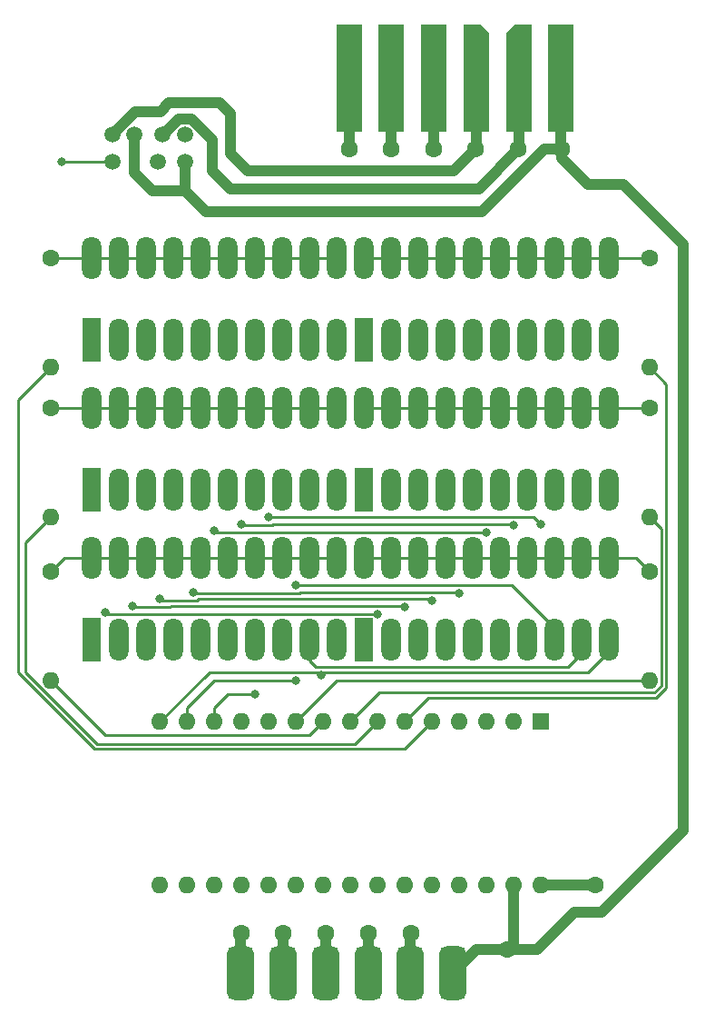
<source format=gbr>
%TF.GenerationSoftware,KiCad,Pcbnew,7.0.10-7.0.10~ubuntu20.04.1*%
%TF.CreationDate,2024-02-04T15:22:38+01:00*%
%TF.ProjectId,tapeadj,74617065-6164-46a2-9e6b-696361645f70,1.0*%
%TF.SameCoordinates,Original*%
%TF.FileFunction,Copper,L2,Bot*%
%TF.FilePolarity,Positive*%
%FSLAX46Y46*%
G04 Gerber Fmt 4.6, Leading zero omitted, Abs format (unit mm)*
G04 Created by KiCad (PCBNEW 7.0.10-7.0.10~ubuntu20.04.1) date 2024-02-04 15:22:38*
%MOMM*%
%LPD*%
G01*
G04 APERTURE LIST*
G04 Aperture macros list*
%AMRoundRect*
0 Rectangle with rounded corners*
0 $1 Rounding radius*
0 $2 $3 $4 $5 $6 $7 $8 $9 X,Y pos of 4 corners*
0 Add a 4 corners polygon primitive as box body*
4,1,4,$2,$3,$4,$5,$6,$7,$8,$9,$2,$3,0*
0 Add four circle primitives for the rounded corners*
1,1,$1+$1,$2,$3*
1,1,$1+$1,$4,$5*
1,1,$1+$1,$6,$7*
1,1,$1+$1,$8,$9*
0 Add four rect primitives between the rounded corners*
20,1,$1+$1,$2,$3,$4,$5,0*
20,1,$1+$1,$4,$5,$6,$7,0*
20,1,$1+$1,$6,$7,$8,$9,0*
20,1,$1+$1,$8,$9,$2,$3,0*%
%AMOutline5P*
0 Free polygon, 5 corners , with rotation*
0 The origin of the aperture is its center*
0 number of corners: always 5*
0 $1 to $10 corner X, Y*
0 $11 Rotation angle, in degrees counterclockwise*
0 create outline with 5 corners*
4,1,5,$1,$2,$3,$4,$5,$6,$7,$8,$9,$10,$1,$2,$11*%
%AMOutline6P*
0 Free polygon, 6 corners , with rotation*
0 The origin of the aperture is its center*
0 number of corners: always 6*
0 $1 to $12 corner X, Y*
0 $13 Rotation angle, in degrees counterclockwise*
0 create outline with 6 corners*
4,1,6,$1,$2,$3,$4,$5,$6,$7,$8,$9,$10,$11,$12,$1,$2,$13*%
%AMOutline7P*
0 Free polygon, 7 corners , with rotation*
0 The origin of the aperture is its center*
0 number of corners: always 7*
0 $1 to $14 corner X, Y*
0 $15 Rotation angle, in degrees counterclockwise*
0 create outline with 7 corners*
4,1,7,$1,$2,$3,$4,$5,$6,$7,$8,$9,$10,$11,$12,$13,$14,$1,$2,$15*%
%AMOutline8P*
0 Free polygon, 8 corners , with rotation*
0 The origin of the aperture is its center*
0 number of corners: always 8*
0 $1 to $16 corner X, Y*
0 $17 Rotation angle, in degrees counterclockwise*
0 create outline with 8 corners*
4,1,8,$1,$2,$3,$4,$5,$6,$7,$8,$9,$10,$11,$12,$13,$14,$15,$16,$1,$2,$17*%
G04 Aperture macros list end*
%TA.AperFunction,SMDPad,CuDef*%
%ADD10RoundRect,0.625000X-0.625000X-1.875000X0.625000X-1.875000X0.625000X1.875000X-0.625000X1.875000X0*%
%TD*%
%TA.AperFunction,ComponentPad*%
%ADD11C,1.600000*%
%TD*%
%TA.AperFunction,ComponentPad*%
%ADD12O,1.600000X1.600000*%
%TD*%
%TA.AperFunction,ComponentPad*%
%ADD13R,1.800000X4.032000*%
%TD*%
%TA.AperFunction,ComponentPad*%
%ADD14O,1.800000X4.000000*%
%TD*%
%TA.AperFunction,SMDPad,CuDef*%
%ADD15R,2.410000X10.000000*%
%TD*%
%TA.AperFunction,SMDPad,CuDef*%
%ADD16Outline5P,-1.205000X4.156500X-0.361500X5.000000X1.205000X5.000000X1.205000X-5.000000X-1.205000X-5.000000X0.000000*%
%TD*%
%TA.AperFunction,SMDPad,CuDef*%
%ADD17Outline5P,-1.205000X5.000000X0.361500X5.000000X1.205000X4.156500X1.205000X-5.000000X-1.205000X-5.000000X0.000000*%
%TD*%
%TA.AperFunction,ComponentPad*%
%ADD18R,1.600000X1.600000*%
%TD*%
%TA.AperFunction,ComponentPad*%
%ADD19C,1.500000*%
%TD*%
%TA.AperFunction,ViaPad*%
%ADD20C,1.600000*%
%TD*%
%TA.AperFunction,ViaPad*%
%ADD21C,0.800000*%
%TD*%
%TA.AperFunction,Conductor*%
%ADD22C,1.000000*%
%TD*%
%TA.AperFunction,Conductor*%
%ADD23C,0.254000*%
%TD*%
%TA.AperFunction,Conductor*%
%ADD24C,0.250000*%
%TD*%
G04 APERTURE END LIST*
D10*
%TO.P,CN1,A*%
%TO.N,GND*%
X106127556Y-113575170D03*
%TO.P,CN1,B*%
%TO.N,+5V*%
X102167556Y-113575170D03*
%TO.P,CN1,C*%
%TO.N,/CASS_MOTOR*%
X98207556Y-113575170D03*
%TO.P,CN1,D*%
%TO.N,/CASS_RD*%
X94247556Y-113575170D03*
%TO.P,CN1,E*%
%TO.N,/CASS_WRT*%
X90287556Y-113575170D03*
%TO.P,CN1,F*%
%TO.N,/CASS_SENSE*%
X86327556Y-113575170D03*
%TD*%
D11*
%TO.P,R4,1*%
%TO.N,Net-(BAR4-K-Pad11)*%
X124460000Y-60960000D03*
D12*
%TO.P,R4,2*%
%TO.N,/BAR4*%
X124460000Y-71120000D03*
%TD*%
D11*
%TO.P,R6,1*%
%TO.N,Net-(BAR6-K-Pad11)*%
X124460000Y-76200000D03*
D12*
%TO.P,R6,2*%
%TO.N,/BAR6*%
X124460000Y-86360000D03*
%TD*%
D13*
%TO.P,BAR4,1,A*%
%TO.N,/LED0*%
X97790000Y-68580000D03*
D14*
%TO.P,BAR4,2,A*%
%TO.N,/LED1*%
X100330000Y-68580000D03*
%TO.P,BAR4,3,A*%
%TO.N,/LED2*%
X102870000Y-68580000D03*
%TO.P,BAR4,4,A*%
%TO.N,/LED3*%
X105410000Y-68580000D03*
%TO.P,BAR4,5,A*%
%TO.N,/LED4*%
X107950000Y-68580000D03*
%TO.P,BAR4,6,A*%
%TO.N,/LED5*%
X110490000Y-68580000D03*
%TO.P,BAR4,7,A*%
%TO.N,/LED6*%
X113030000Y-68580000D03*
%TO.P,BAR4,8,A*%
%TO.N,/LED7*%
X115570000Y-68580000D03*
%TO.P,BAR4,9,A*%
%TO.N,/LED8*%
X118110000Y-68580000D03*
%TO.P,BAR4,10,A*%
%TO.N,/LED9*%
X120650000Y-68580000D03*
%TO.P,BAR4,11,K*%
%TO.N,Net-(BAR4-K-Pad11)*%
X120650000Y-60960000D03*
%TO.P,BAR4,12,K*%
X118110000Y-60960000D03*
%TO.P,BAR4,13,K*%
X115570000Y-60960000D03*
%TO.P,BAR4,14,K*%
X113030000Y-60960000D03*
%TO.P,BAR4,15,K*%
X110490000Y-60960000D03*
%TO.P,BAR4,16,K*%
X107950000Y-60960000D03*
%TO.P,BAR4,17,K*%
X105410000Y-60960000D03*
%TO.P,BAR4,18,K*%
X102870000Y-60960000D03*
%TO.P,BAR4,19,K*%
X100330000Y-60960000D03*
%TO.P,BAR4,20,K*%
X97790000Y-60960000D03*
%TD*%
D11*
%TO.P,R3,1*%
%TO.N,Net-(BAR3-K-Pad11)*%
X68580000Y-60960000D03*
D12*
%TO.P,R3,2*%
%TO.N,/BAR3*%
X68580000Y-71120000D03*
%TD*%
D13*
%TO.P,BAR2,1,A*%
%TO.N,/LED0*%
X97790000Y-54610000D03*
D14*
%TO.P,BAR2,2,A*%
%TO.N,/LED1*%
X100330000Y-54610000D03*
%TO.P,BAR2,3,A*%
%TO.N,/LED2*%
X102870000Y-54610000D03*
%TO.P,BAR2,4,A*%
%TO.N,/LED3*%
X105410000Y-54610000D03*
%TO.P,BAR2,5,A*%
%TO.N,/LED4*%
X107950000Y-54610000D03*
%TO.P,BAR2,6,A*%
%TO.N,/LED5*%
X110490000Y-54610000D03*
%TO.P,BAR2,7,A*%
%TO.N,/LED6*%
X113030000Y-54610000D03*
%TO.P,BAR2,8,A*%
%TO.N,/LED7*%
X115570000Y-54610000D03*
%TO.P,BAR2,9,A*%
%TO.N,/LED8*%
X118110000Y-54610000D03*
%TO.P,BAR2,10,A*%
%TO.N,/LED9*%
X120650000Y-54610000D03*
%TO.P,BAR2,11,K*%
%TO.N,Net-(BAR2-K-Pad11)*%
X120650000Y-46990000D03*
%TO.P,BAR2,12,K*%
X118110000Y-46990000D03*
%TO.P,BAR2,13,K*%
X115570000Y-46990000D03*
%TO.P,BAR2,14,K*%
X113030000Y-46990000D03*
%TO.P,BAR2,15,K*%
X110490000Y-46990000D03*
%TO.P,BAR2,16,K*%
X107950000Y-46990000D03*
%TO.P,BAR2,17,K*%
X105410000Y-46990000D03*
%TO.P,BAR2,18,K*%
X102870000Y-46990000D03*
%TO.P,BAR2,19,K*%
X100330000Y-46990000D03*
%TO.P,BAR2,20,K*%
X97790000Y-46990000D03*
%TD*%
D13*
%TO.P,BAR1,1,A*%
%TO.N,/LED0*%
X72390000Y-54610000D03*
D14*
%TO.P,BAR1,2,A*%
%TO.N,/LED1*%
X74930000Y-54610000D03*
%TO.P,BAR1,3,A*%
%TO.N,/LED2*%
X77470000Y-54610000D03*
%TO.P,BAR1,4,A*%
%TO.N,/LED3*%
X80010000Y-54610000D03*
%TO.P,BAR1,5,A*%
%TO.N,/LED4*%
X82550000Y-54610000D03*
%TO.P,BAR1,6,A*%
%TO.N,/LED5*%
X85090000Y-54610000D03*
%TO.P,BAR1,7,A*%
%TO.N,/LED6*%
X87630000Y-54610000D03*
%TO.P,BAR1,8,A*%
%TO.N,/LED7*%
X90170000Y-54610000D03*
%TO.P,BAR1,9,A*%
%TO.N,/LED8*%
X92710000Y-54610000D03*
%TO.P,BAR1,10,A*%
%TO.N,/LED9*%
X95250000Y-54610000D03*
%TO.P,BAR1,11,K*%
%TO.N,Net-(BAR1-K-Pad11)*%
X95250000Y-46990000D03*
%TO.P,BAR1,12,K*%
X92710000Y-46990000D03*
%TO.P,BAR1,13,K*%
X90170000Y-46990000D03*
%TO.P,BAR1,14,K*%
X87630000Y-46990000D03*
%TO.P,BAR1,15,K*%
X85090000Y-46990000D03*
%TO.P,BAR1,16,K*%
X82550000Y-46990000D03*
%TO.P,BAR1,17,K*%
X80010000Y-46990000D03*
%TO.P,BAR1,18,K*%
X77470000Y-46990000D03*
%TO.P,BAR1,19,K*%
X74930000Y-46990000D03*
%TO.P,BAR1,20,K*%
X72390000Y-46990000D03*
%TD*%
D15*
%TO.P,CN2,A*%
%TO.N,GND*%
X116228045Y-30181520D03*
D16*
%TO.P,CN2,B*%
%TO.N,+5V*%
X112268045Y-30181520D03*
D17*
%TO.P,CN2,C*%
%TO.N,/CASS_MOTOR*%
X108308045Y-30181520D03*
D15*
%TO.P,CN2,D*%
%TO.N,/CASS_RD*%
X104348045Y-30181520D03*
%TO.P,CN2,E*%
%TO.N,/CASS_WRT*%
X100388045Y-30181520D03*
%TO.P,CN2,F*%
%TO.N,/CASS_SENSE*%
X96428045Y-30181520D03*
%TD*%
D11*
%TO.P,R5,1*%
%TO.N,Net-(BAR5-K-Pad11)*%
X68580000Y-76200000D03*
D12*
%TO.P,R5,2*%
%TO.N,/BAR5*%
X68580000Y-86360000D03*
%TD*%
D13*
%TO.P,BAR6,1,A*%
%TO.N,/LED0*%
X97790000Y-82550000D03*
D14*
%TO.P,BAR6,2,A*%
%TO.N,/LED1*%
X100330000Y-82550000D03*
%TO.P,BAR6,3,A*%
%TO.N,/LED2*%
X102870000Y-82550000D03*
%TO.P,BAR6,4,A*%
%TO.N,/LED3*%
X105410000Y-82550000D03*
%TO.P,BAR6,5,A*%
%TO.N,/LED4*%
X107950000Y-82550000D03*
%TO.P,BAR6,6,A*%
%TO.N,/LED5*%
X110490000Y-82550000D03*
%TO.P,BAR6,7,A*%
%TO.N,/LED6*%
X113030000Y-82550000D03*
%TO.P,BAR6,8,A*%
%TO.N,/LED7*%
X115570000Y-82550000D03*
%TO.P,BAR6,9,A*%
%TO.N,/LED8*%
X118110000Y-82550000D03*
%TO.P,BAR6,10,A*%
%TO.N,/LED9*%
X120650000Y-82550000D03*
%TO.P,BAR6,11,K*%
%TO.N,Net-(BAR6-K-Pad11)*%
X120650000Y-74930000D03*
%TO.P,BAR6,12,K*%
X118110000Y-74930000D03*
%TO.P,BAR6,13,K*%
X115570000Y-74930000D03*
%TO.P,BAR6,14,K*%
X113030000Y-74930000D03*
%TO.P,BAR6,15,K*%
X110490000Y-74930000D03*
%TO.P,BAR6,16,K*%
X107950000Y-74930000D03*
%TO.P,BAR6,17,K*%
X105410000Y-74930000D03*
%TO.P,BAR6,18,K*%
X102870000Y-74930000D03*
%TO.P,BAR6,19,K*%
X100330000Y-74930000D03*
%TO.P,BAR6,20,K*%
X97790000Y-74930000D03*
%TD*%
D13*
%TO.P,BAR3,1,A*%
%TO.N,/LED0*%
X72390000Y-68580000D03*
D14*
%TO.P,BAR3,2,A*%
%TO.N,/LED1*%
X74930000Y-68580000D03*
%TO.P,BAR3,3,A*%
%TO.N,/LED2*%
X77470000Y-68580000D03*
%TO.P,BAR3,4,A*%
%TO.N,/LED3*%
X80010000Y-68580000D03*
%TO.P,BAR3,5,A*%
%TO.N,/LED4*%
X82550000Y-68580000D03*
%TO.P,BAR3,6,A*%
%TO.N,/LED5*%
X85090000Y-68580000D03*
%TO.P,BAR3,7,A*%
%TO.N,/LED6*%
X87630000Y-68580000D03*
%TO.P,BAR3,8,A*%
%TO.N,/LED7*%
X90170000Y-68580000D03*
%TO.P,BAR3,9,A*%
%TO.N,/LED8*%
X92710000Y-68580000D03*
%TO.P,BAR3,10,A*%
%TO.N,/LED9*%
X95250000Y-68580000D03*
%TO.P,BAR3,11,K*%
%TO.N,Net-(BAR3-K-Pad11)*%
X95250000Y-60960000D03*
%TO.P,BAR3,12,K*%
X92710000Y-60960000D03*
%TO.P,BAR3,13,K*%
X90170000Y-60960000D03*
%TO.P,BAR3,14,K*%
X87630000Y-60960000D03*
%TO.P,BAR3,15,K*%
X85090000Y-60960000D03*
%TO.P,BAR3,16,K*%
X82550000Y-60960000D03*
%TO.P,BAR3,17,K*%
X80010000Y-60960000D03*
%TO.P,BAR3,18,K*%
X77470000Y-60960000D03*
%TO.P,BAR3,19,K*%
X74930000Y-60960000D03*
%TO.P,BAR3,20,K*%
X72390000Y-60960000D03*
%TD*%
D11*
%TO.P,R2,1*%
%TO.N,Net-(BAR2-K-Pad11)*%
X124460000Y-46990000D03*
D12*
%TO.P,R2,2*%
%TO.N,/BAR2*%
X124460000Y-57150000D03*
%TD*%
D18*
%TO.P,A1,1,D1/TX*%
%TO.N,unconnected-(A1-D1{slash}TX-Pad1)*%
X114300000Y-90180000D03*
D12*
%TO.P,A1,2,D0/RX*%
%TO.N,unconnected-(A1-D0{slash}RX-Pad2)*%
X111760000Y-90180000D03*
%TO.P,A1,3,~{RESET}*%
%TO.N,unconnected-(A1-~{RESET}-Pad3)*%
X109220000Y-90180000D03*
%TO.P,A1,4,GND*%
%TO.N,GND*%
X106680000Y-90180000D03*
%TO.P,A1,5,D2*%
%TO.N,/BAR1*%
X104140000Y-90180000D03*
%TO.P,A1,6,D3*%
%TO.N,/BAR2*%
X101600000Y-90180000D03*
%TO.P,A1,7,D4*%
%TO.N,/BAR3*%
X99060000Y-90180000D03*
%TO.P,A1,8,D5*%
%TO.N,/BAR4*%
X96520000Y-90180000D03*
%TO.P,A1,9,D6*%
%TO.N,/BAR5*%
X93980000Y-90180000D03*
%TO.P,A1,10,D7*%
%TO.N,/BAR6*%
X91440000Y-90180000D03*
%TO.P,A1,11,D8*%
%TO.N,/CASS_RD*%
X88900000Y-90180000D03*
%TO.P,A1,12,D9*%
%TO.N,/LED6*%
X86360000Y-90180000D03*
%TO.P,A1,13,D10*%
%TO.N,/LED7*%
X83820000Y-90180000D03*
%TO.P,A1,14,D11*%
%TO.N,/LED8*%
X81280000Y-90180000D03*
%TO.P,A1,15,D12*%
%TO.N,/LED9*%
X78740000Y-90180000D03*
%TO.P,A1,16,D13*%
%TO.N,unconnected-(A1-D13-Pad16)*%
X78740000Y-105420000D03*
%TO.P,A1,17,3V3*%
%TO.N,unconnected-(A1-3V3-Pad17)*%
X81280000Y-105420000D03*
%TO.P,A1,18,AREF*%
%TO.N,unconnected-(A1-AREF-Pad18)*%
X83820000Y-105420000D03*
%TO.P,A1,19,A0*%
%TO.N,/LED0*%
X86360000Y-105420000D03*
%TO.P,A1,20,A1*%
%TO.N,/LED1*%
X88900000Y-105420000D03*
%TO.P,A1,21,A2*%
%TO.N,/LED2*%
X91440000Y-105420000D03*
%TO.P,A1,22,A3*%
%TO.N,/LED3*%
X93980000Y-105420000D03*
%TO.P,A1,23,A4*%
%TO.N,/LED4*%
X96520000Y-105420000D03*
%TO.P,A1,24,A5*%
%TO.N,/LED5*%
X99060000Y-105420000D03*
%TO.P,A1,25,A6*%
%TO.N,unconnected-(A1-A6-Pad25)*%
X101600000Y-105420000D03*
%TO.P,A1,26,A7*%
%TO.N,unconnected-(A1-A7-Pad26)*%
X104140000Y-105420000D03*
%TO.P,A1,27,+5V*%
%TO.N,unconnected-(A1-+5V-Pad27)*%
X106680000Y-105420000D03*
%TO.P,A1,28,~{RESET}*%
%TO.N,unconnected-(A1-~{RESET}-Pad28)*%
X109220000Y-105420000D03*
%TO.P,A1,29,GND*%
%TO.N,GND*%
X111760000Y-105420000D03*
%TO.P,A1,30,VIN*%
%TO.N,+5V*%
X114300000Y-105420000D03*
%TD*%
D11*
%TO.P,R1,1*%
%TO.N,Net-(BAR1-K-Pad11)*%
X68580000Y-46990000D03*
D12*
%TO.P,R1,2*%
%TO.N,/BAR1*%
X68580000Y-57150000D03*
%TD*%
D19*
%TO.P,CN3,1,Pin_1*%
%TO.N,GND*%
X76424000Y-35473000D03*
%TO.P,CN3,2,Pin_2*%
%TO.N,+5V*%
X79024000Y-35473000D03*
%TO.P,CN3,3,Pin_3*%
%TO.N,/CASS_MOTOR*%
X74324000Y-35473000D03*
%TO.P,CN3,4,Pin_4*%
%TO.N,/CASS_RD*%
X81124000Y-35473000D03*
%TO.P,CN3,5,Pin_5*%
%TO.N,/CASS_WRT*%
X74324000Y-37973000D03*
%TO.P,CN3,6,Pin_6*%
%TO.N,/CASS_SENSE*%
X78624000Y-37973000D03*
%TO.P,CN3,7,Pin_7*%
%TO.N,GND*%
X81124000Y-37973000D03*
%TD*%
D13*
%TO.P,BAR5,1,A*%
%TO.N,/LED0*%
X72390000Y-82550000D03*
D14*
%TO.P,BAR5,2,A*%
%TO.N,/LED1*%
X74930000Y-82550000D03*
%TO.P,BAR5,3,A*%
%TO.N,/LED2*%
X77470000Y-82550000D03*
%TO.P,BAR5,4,A*%
%TO.N,/LED3*%
X80010000Y-82550000D03*
%TO.P,BAR5,5,A*%
%TO.N,/LED4*%
X82550000Y-82550000D03*
%TO.P,BAR5,6,A*%
%TO.N,/LED5*%
X85090000Y-82550000D03*
%TO.P,BAR5,7,A*%
%TO.N,/LED6*%
X87630000Y-82550000D03*
%TO.P,BAR5,8,A*%
%TO.N,/LED7*%
X90170000Y-82550000D03*
%TO.P,BAR5,9,A*%
%TO.N,/LED8*%
X92710000Y-82550000D03*
%TO.P,BAR5,10,A*%
%TO.N,/LED9*%
X95250000Y-82550000D03*
%TO.P,BAR5,11,K*%
%TO.N,Net-(BAR5-K-Pad11)*%
X95250000Y-74930000D03*
%TO.P,BAR5,12,K*%
X92710000Y-74930000D03*
%TO.P,BAR5,13,K*%
X90170000Y-74930000D03*
%TO.P,BAR5,14,K*%
X87630000Y-74930000D03*
%TO.P,BAR5,15,K*%
X85090000Y-74930000D03*
%TO.P,BAR5,16,K*%
X82550000Y-74930000D03*
%TO.P,BAR5,17,K*%
X80010000Y-74930000D03*
%TO.P,BAR5,18,K*%
X77470000Y-74930000D03*
%TO.P,BAR5,19,K*%
X74930000Y-74930000D03*
%TO.P,BAR5,20,K*%
X72390000Y-74930000D03*
%TD*%
D20*
%TO.N,GND*%
X116234353Y-36830000D03*
X111183182Y-111405000D03*
%TO.N,+5V*%
X112221649Y-36830000D03*
X102176624Y-109855000D03*
X119380000Y-105410000D03*
%TO.N,/CASS_MOTOR*%
X98201227Y-109855000D03*
X108266980Y-36830000D03*
D21*
%TO.N,/CASS_WRT*%
X69596000Y-37973000D03*
D20*
X90252519Y-109855000D03*
X100332771Y-36830000D03*
D21*
%TO.N,/LED6*%
X114300000Y-71755000D03*
X88900000Y-71120000D03*
%TO.N,/LED7*%
X87630000Y-87630000D03*
X91440000Y-77470000D03*
%TO.N,/LED8*%
X91440000Y-86360000D03*
%TO.N,/LED9*%
X93802555Y-85865000D03*
%TO.N,/LED0*%
X99060000Y-80152000D03*
X73660000Y-80010000D03*
%TO.N,/LED1*%
X76200000Y-79375000D03*
X101600000Y-79517000D03*
%TO.N,/LED2*%
X78740000Y-78740000D03*
X104140000Y-78882000D03*
D20*
%TO.N,/CASS_SENSE*%
X96436137Y-36830000D03*
X86360000Y-109855000D03*
%TO.N,/CASS_RD*%
X94247556Y-109855000D03*
X104328893Y-36830000D03*
D21*
%TO.N,/LED3*%
X81915000Y-78105000D03*
X106680000Y-78247000D03*
%TO.N,/LED4*%
X109220000Y-72532000D03*
X83820000Y-72390000D03*
%TO.N,/LED5*%
X86360000Y-71755000D03*
X111760000Y-71897000D03*
%TD*%
D22*
%TO.N,GND*%
X78126800Y-40738000D02*
X76424000Y-39035200D01*
X127635000Y-45720000D02*
X122047000Y-40132000D01*
X114681000Y-36830000D02*
X108839000Y-42672000D01*
X127635000Y-100330000D02*
X120015000Y-107950000D01*
X108839000Y-42672000D02*
X83058000Y-42672000D01*
X108297726Y-111405000D02*
X111183182Y-111405000D01*
X117475000Y-107950000D02*
X114020000Y-111405000D01*
X118745000Y-40132000D02*
X116234353Y-37621353D01*
X120015000Y-107950000D02*
X117475000Y-107950000D01*
X116234353Y-36830000D02*
X114681000Y-36830000D01*
X122047000Y-40132000D02*
X118745000Y-40132000D01*
X81124000Y-40738000D02*
X78126800Y-40738000D01*
X116228045Y-36823692D02*
X116234353Y-36830000D01*
X116228045Y-30181520D02*
X116228045Y-36823692D01*
X127635000Y-45720000D02*
X127635000Y-100330000D01*
X116234353Y-37621353D02*
X116234353Y-36830000D01*
X106127556Y-113575170D02*
X108297726Y-111405000D01*
X114020000Y-111405000D02*
X111183182Y-111405000D01*
X111760000Y-105420000D02*
X111760000Y-110828182D01*
X111760000Y-110828182D02*
X111183182Y-111405000D01*
X81124000Y-40738000D02*
X81124000Y-37973000D01*
X76424000Y-39035200D02*
X76424000Y-35473000D01*
X83058000Y-42672000D02*
X81124000Y-40738000D01*
%TO.N,+5V*%
X114310000Y-105410000D02*
X114300000Y-105420000D01*
X79073390Y-35473000D02*
X80523390Y-34023000D01*
X83693000Y-35991390D02*
X83693000Y-38844944D01*
X102167556Y-113575170D02*
X102167556Y-109864068D01*
X119380000Y-105410000D02*
X114310000Y-105410000D01*
X83693000Y-38844944D02*
X85361056Y-40513000D01*
X80523390Y-34023000D02*
X81724610Y-34023000D01*
X81724610Y-34023000D02*
X83693000Y-35991390D01*
X102167556Y-109864068D02*
X102176624Y-109855000D01*
X79024000Y-35473000D02*
X79073390Y-35473000D01*
X112268045Y-36783604D02*
X112221649Y-36830000D01*
X85361056Y-40513000D02*
X108538649Y-40513000D01*
X112268045Y-30181520D02*
X112268045Y-36783604D01*
X108538649Y-40513000D02*
X112221649Y-36830000D01*
%TO.N,/CASS_MOTOR*%
X78841600Y-33324800D02*
X79635200Y-32531200D01*
X108308045Y-36788935D02*
X108266980Y-36830000D01*
X74324000Y-35473000D02*
X76472200Y-33324800D01*
X85344000Y-33528000D02*
X85344000Y-37211000D01*
X106234980Y-38862000D02*
X108266980Y-36830000D01*
X98207556Y-113575170D02*
X98207556Y-109861329D01*
X108308045Y-30181520D02*
X108308045Y-36788935D01*
X86995000Y-38862000D02*
X106234980Y-38862000D01*
X85344000Y-37211000D02*
X86995000Y-38862000D01*
X84347200Y-32531200D02*
X85344000Y-33528000D01*
X76472200Y-33324800D02*
X78841600Y-33324800D01*
X79635200Y-32531200D02*
X84347200Y-32531200D01*
X98207556Y-109861329D02*
X98201227Y-109855000D01*
D23*
%TO.N,/CASS_WRT*%
X69596000Y-37973000D02*
X74324000Y-37973000D01*
D22*
X90287556Y-113575170D02*
X90287556Y-109890037D01*
X100388045Y-36774726D02*
X100332771Y-36830000D01*
X90287556Y-109890037D02*
X90252519Y-109855000D01*
X100388045Y-30181520D02*
X100388045Y-36774726D01*
D23*
%TO.N,/LED6*%
X88900000Y-71120000D02*
X113665000Y-71120000D01*
X113665000Y-71120000D02*
X114300000Y-71755000D01*
D24*
%TO.N,/LED7*%
X83820000Y-88900000D02*
X85090000Y-87630000D01*
X83820000Y-90180000D02*
X83820000Y-88900000D01*
D23*
X111590000Y-77470000D02*
X115570000Y-81450000D01*
D24*
X85090000Y-87630000D02*
X87630000Y-87630000D01*
D23*
X115570000Y-81450000D02*
X115570000Y-82550000D01*
X91440000Y-77470000D02*
X111590000Y-77470000D01*
D24*
%TO.N,/LED8*%
X81280000Y-88900000D02*
X83820000Y-86360000D01*
X118110000Y-83820000D02*
X118110000Y-82550000D01*
X93345000Y-85090000D02*
X116840000Y-85090000D01*
X83820000Y-86360000D02*
X91440000Y-86360000D01*
X92710000Y-82550000D02*
X92710000Y-84455000D01*
X81280000Y-90180000D02*
X81280000Y-88900000D01*
X92710000Y-84455000D02*
X93345000Y-85090000D01*
X116840000Y-85090000D02*
X118110000Y-83820000D01*
%TO.N,/LED9*%
X78740000Y-90180000D02*
X83380000Y-85540000D01*
X93477555Y-85540000D02*
X93802555Y-85865000D01*
X120650000Y-82550000D02*
X120650000Y-83650000D01*
X83380000Y-85540000D02*
X93477555Y-85540000D01*
X118760000Y-85540000D02*
X94127555Y-85540000D01*
X94127555Y-85540000D02*
X93802555Y-85865000D01*
X120650000Y-83650000D02*
X118760000Y-85540000D01*
%TO.N,/LED0*%
X98915000Y-80150000D02*
X73800000Y-80150000D01*
X99060000Y-80152000D02*
X98915000Y-80150000D01*
X73800000Y-80150000D02*
X73660000Y-80010000D01*
D23*
%TO.N,/LED1*%
X79838844Y-79375000D02*
X79696844Y-79517000D01*
X76342000Y-79517000D02*
X76200000Y-79375000D01*
X101600000Y-79517000D02*
X101315000Y-79375000D01*
X101315000Y-79375000D02*
X79838844Y-79375000D01*
X79696844Y-79517000D02*
X76342000Y-79517000D01*
%TO.N,/LED2*%
X82236844Y-78882000D02*
X78846500Y-78882000D01*
X104140000Y-78882000D02*
X103855000Y-78740000D01*
X78846500Y-78882000D02*
X78740000Y-78740000D01*
X103855000Y-78740000D02*
X82378844Y-78740000D01*
X82378844Y-78740000D02*
X82236844Y-78882000D01*
D22*
%TO.N,/CASS_SENSE*%
X86327556Y-113575170D02*
X86327556Y-109887444D01*
X96428045Y-36821908D02*
X96436137Y-36830000D01*
X86327556Y-109887444D02*
X86360000Y-109855000D01*
X96428045Y-30181520D02*
X96428045Y-36821908D01*
%TO.N,/CASS_RD*%
X104348045Y-36810848D02*
X104328893Y-36830000D01*
X104348045Y-30181520D02*
X104348045Y-36810848D01*
X94247556Y-113575170D02*
X94247556Y-109855000D01*
D23*
%TO.N,/LED3*%
X91761844Y-78247000D02*
X91903844Y-78105000D01*
X81915000Y-78105000D02*
X82057000Y-78247000D01*
X106538000Y-78105000D02*
X106680000Y-78247000D01*
X91903844Y-78105000D02*
X106538000Y-78105000D01*
X82057000Y-78247000D02*
X91761844Y-78247000D01*
%TO.N,/LED4*%
X83820000Y-72390000D02*
X83962000Y-72532000D01*
X83962000Y-72532000D02*
X109220000Y-72532000D01*
%TO.N,/LED5*%
X89363844Y-71755000D02*
X111618000Y-71755000D01*
X86360000Y-71755000D02*
X86502000Y-71897000D01*
X89221844Y-71897000D02*
X89363844Y-71755000D01*
X111618000Y-71755000D02*
X111760000Y-71897000D01*
X86502000Y-71897000D02*
X89221844Y-71897000D01*
%TO.N,Net-(BAR1-K-Pad11)*%
X95250000Y-46990000D02*
X68580000Y-46990000D01*
%TO.N,Net-(BAR2-K-Pad11)*%
X97790000Y-46990000D02*
X124460000Y-46990000D01*
%TO.N,/BAR1*%
X68580000Y-57150000D02*
X65557064Y-60172936D01*
X72694129Y-92710000D02*
X65557064Y-85572936D01*
X101610000Y-92710000D02*
X72694129Y-92710000D01*
X65557064Y-60172936D02*
X65557064Y-85572936D01*
X104140000Y-90180000D02*
X101610000Y-92710000D01*
%TO.N,/BAR2*%
X101600000Y-90180000D02*
X103839000Y-87941000D01*
X126041000Y-58731000D02*
X124460000Y-57150000D01*
X126041000Y-87014872D02*
X126041000Y-58731000D01*
X125114871Y-87941000D02*
X126041000Y-87014872D01*
X103839000Y-87941000D02*
X125114871Y-87941000D01*
%TO.N,/BAR3*%
X96984000Y-92256000D02*
X72882181Y-92256000D01*
X66228052Y-73471948D02*
X68580000Y-71120000D01*
X72882181Y-92256000D02*
X66228052Y-85601871D01*
X99060000Y-90180000D02*
X96984000Y-92256000D01*
X66228052Y-85601871D02*
X66228052Y-73471948D01*
%TO.N,/BAR4*%
X125587000Y-86826819D02*
X125587000Y-72247000D01*
X125587000Y-72247000D02*
X124460000Y-71120000D01*
X96520000Y-90180000D02*
X99213000Y-87487000D01*
X124926819Y-87487000D02*
X125587000Y-86826819D01*
X99213000Y-87487000D02*
X124926819Y-87487000D01*
%TO.N,/BAR5*%
X92720000Y-91440000D02*
X73660000Y-91440000D01*
X73660000Y-91440000D02*
X68580000Y-86360000D01*
X93980000Y-90180000D02*
X92720000Y-91440000D01*
%TO.N,/BAR6*%
X95260000Y-86360000D02*
X124460000Y-86360000D01*
X91440000Y-90180000D02*
X95260000Y-86360000D01*
%TO.N,Net-(BAR3-K-Pad11)*%
X95357500Y-60960000D02*
X68580000Y-60960000D01*
%TO.N,Net-(BAR4-K-Pad11)*%
X97790000Y-60960000D02*
X124460000Y-60960000D01*
%TO.N,Net-(BAR5-K-Pad11)*%
X69850000Y-74930000D02*
X68580000Y-76200000D01*
X95250000Y-74930000D02*
X69850000Y-74930000D01*
%TO.N,Net-(BAR6-K-Pad11)*%
X97790000Y-74930000D02*
X123190000Y-74930000D01*
X123190000Y-74930000D02*
X124460000Y-76200000D01*
%TD*%
M02*

</source>
